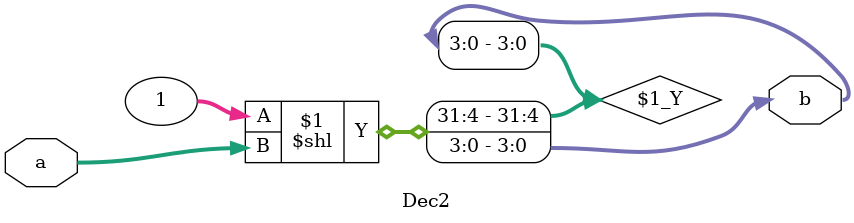
<source format=v>
module datapath(clk,readnum, vsel, loada, loadb, shift, 
asel, bsel, ALUop, loadc, loads, writenum, write, PC, mdata, sximm8, sximm5, datapath_out, Z, N, V);
  input [1:0] shift, ALUop;
  input [2:0] readnum, writenum;
  input [3:0] vsel;
  input loada, loadb, asel, bsel, loadc, loads, write, clk;
  input [8:0] PC;
  input [15:0] mdata, sximm8, sximm5;
  output [15:0] datapath_out;
  wire [2:0] status_out;
  wire [2:0] status;
  output Z,N,V;

  wire [15:0] data_in, data_out, Ain, Bin, out, sout, in, aout;


  Mux4 #(16) mux1(mdata, sximm8, {7'b0, PC+1'b1}, datapath_out, vsel, data_in); 
  //chooses between mdata, sximm8, 7'b0, PC}, and datapath_out depending on the value of vsel
  regfile REGFILE(data_in, writenum, write, readnum, clk, data_out);
  //instantiates the regfile module
  vDFFL regA(clk, loada, data_out, aout);
  //loaded register for the A value
  vDFFL regB(clk, loadb, data_out, in);
  //loaded register for the B value
  Muxb2 #(16) muxA(16'b0, aout, asel, Ain);
  //multiplexer that chooses A value or 0
  shifter shifted(in, shift, sout);
  //instantiates the shifter module and shifts B value
  Muxb2 #(16) muxB(sximm5, sout, bsel, Bin);
  //multiplexer that chooses between sximm5 and the shifter output
  ALU math(Ain, Bin, ALUop, out, status);
  //instantiates the ALU module and does math on A and B
  vDFFL regC(clk, loadc, out, datapath_out);
  //loaded register that stores the output of the ALU
  vDFFLstatus regstatus(clk, loads, status, status_out);
  //loaded register that stores if the value of ALU is 0, signed, or overflowed

  assign {Z,N,V} = status_out; //assigns each bit of status to Z,N, and V
endmodule


module Mux4(a3,a2,a1,a0,s,b); //multiplexer for 4 values
  parameter k = 1;
  input [k-1:0] a0, a1, a2, a3;
  input [3:0] s;
  output [k-1:0] b;
 
  assign b = ({k{s[0]}} & a0) | ({k{s[1]}} & a1) | ({k{s[2]}} & a2) | ({k{s[3]}} & a3);
endmodule

module Muxb4(a3,a2,a1,a0,sb,b); //multiplexer that decodes binary to onehot for 4 inputs
  parameter k = 1;
  input [k-1:0] a0, a1, a2, a3;
  input [2:0] sb;
  output [k-1:0] b;
  wire [3:0] s;

  Dec #(2,4) e(sb,s);
  Mux4 #(16) m(a3,a2,a1,a0,s,b);
endmodule

module Mux2(a1,a0,s,b); //multiplexer for 2 values
  parameter k = 1;
  input [k-1:0] a0, a1;
  input [1:0] s;
  output [k-1:0] b;
 
  assign b = ({k{s[0]}} & a0) | ({k{s[1]}} & a1);
endmodule

module Muxb2(a1,a0,sb,b); //multiplexer that decodes binary to onehot for 2 inputs
  parameter k = 1;
  input [k-1:0] a0, a1;
  input sb;
  output [k-1:0] b;
  wire [1:0] s;

  Dec2 #(1,2) f(sb,s);
  Mux2 #(16) m(a1,a0,s,b);
endmodule

module vDFFLstatus(clk, load, in, out); //module for the status 3-bit loaded register
input clk;
input [2:0] in;
output [2:0] out;
wire [2:0] D; 
input load;

vDFF #(3) register(clk, D, out);
   assign D = load ?  in : out;
endmodule

module Dec2(a,b); //decoder
   parameter n = 2;
   parameter m = 4;

   input [n-1:0] a;
   output [m-1:0] b;

   wire [m-1:0] b = 1 << a;
endmodule
</source>
